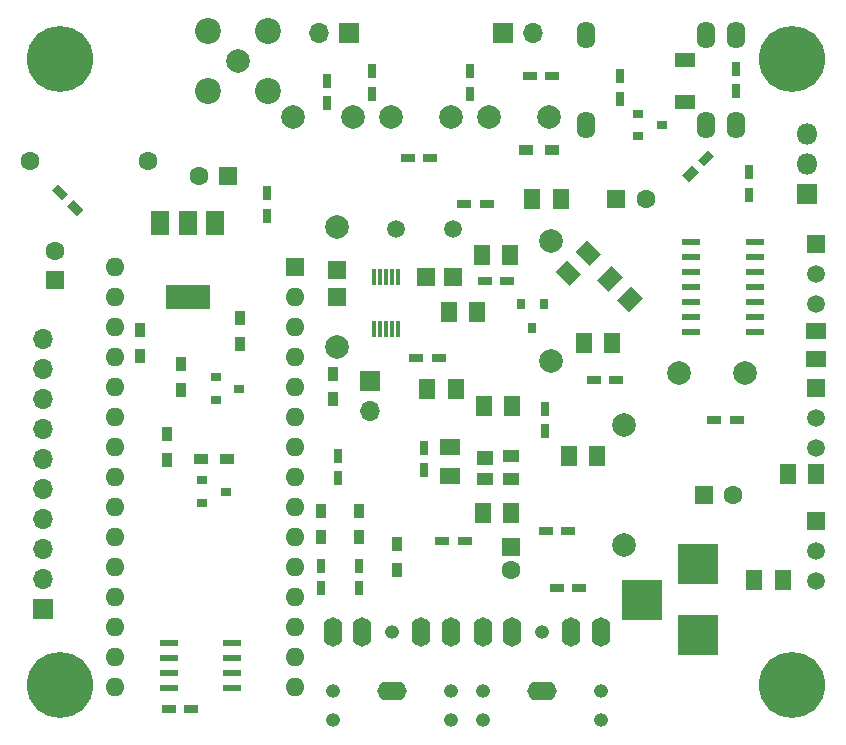
<source format=gts>
G04 #@! TF.FileFunction,Soldermask,Top*
%FSLAX46Y46*%
G04 Gerber Fmt 4.6, Leading zero omitted, Abs format (unit mm)*
G04 Created by KiCad (PCBNEW 4.0.7) date 12/26/22 11:34:17*
%MOMM*%
%LPD*%
G01*
G04 APERTURE LIST*
%ADD10C,0.100000*%
%ADD11R,1.600000X1.600000*%
%ADD12O,1.600000X1.600000*%
%ADD13C,1.998980*%
%ADD14C,5.600000*%
%ADD15C,1.600000*%
%ADD16R,0.900000X0.800000*%
%ADD17R,0.300000X1.400000*%
%ADD18R,3.800000X2.000000*%
%ADD19R,1.500000X2.000000*%
%ADD20C,2.200000*%
%ADD21C,2.000000*%
%ADD22O,2.500000X1.600000*%
%ADD23O,1.200000X1.200000*%
%ADD24O,1.600000X2.500000*%
%ADD25O,1.600000X2.300000*%
%ADD26R,1.200000X0.750000*%
%ADD27R,1.400000X1.200000*%
%ADD28R,1.400000X1.000000*%
%ADD29R,1.400000X1.700000*%
%ADD30R,0.750000X1.200000*%
%ADD31R,1.700000X1.400000*%
%ADD32R,1.700000X1.300000*%
%ADD33C,1.520000*%
%ADD34R,1.520000X1.520000*%
%ADD35R,3.500120X3.500120*%
%ADD36R,0.800000X0.900000*%
%ADD37R,1.700000X1.700000*%
%ADD38O,1.700000X1.700000*%
%ADD39C,1.500000*%
%ADD40R,1.500000X0.600000*%
%ADD41R,1.550000X0.600000*%
%ADD42R,0.900000X1.200000*%
%ADD43R,1.200000X0.900000*%
%ADD44R,1.800000X1.800000*%
%ADD45O,1.800000X1.800000*%
G04 APERTURE END LIST*
D10*
D11*
X123900000Y-120600000D03*
D12*
X108660000Y-153620000D03*
X123900000Y-123140000D03*
X108660000Y-151080000D03*
X123900000Y-125680000D03*
X108660000Y-148540000D03*
X123900000Y-128220000D03*
X108660000Y-146000000D03*
X123900000Y-130760000D03*
X108660000Y-143460000D03*
X123900000Y-133300000D03*
X108660000Y-140920000D03*
X123900000Y-135840000D03*
X108660000Y-138380000D03*
X123900000Y-138380000D03*
X108660000Y-135840000D03*
X123900000Y-140920000D03*
X108660000Y-133300000D03*
X123900000Y-143460000D03*
X108660000Y-130760000D03*
X123900000Y-146000000D03*
X108660000Y-128220000D03*
X123900000Y-148540000D03*
X108660000Y-125680000D03*
X123900000Y-151080000D03*
X108660000Y-123140000D03*
X123900000Y-153620000D03*
X108660000Y-120600000D03*
X123900000Y-156160000D03*
X108660000Y-156160000D03*
D13*
X132000000Y-107920000D03*
X137080000Y-107920000D03*
D14*
X166000000Y-156000000D03*
X104000000Y-156000000D03*
X104000000Y-103000000D03*
X166000000Y-103000000D03*
D11*
X137275000Y-121500000D03*
X134975000Y-121500000D03*
X127450000Y-123150000D03*
X127450000Y-120850000D03*
X151075000Y-114850000D03*
D15*
X153575000Y-114850000D03*
D11*
X103600000Y-121750000D03*
D15*
X103600000Y-119250000D03*
D16*
X117175000Y-129975000D03*
X117175000Y-131875000D03*
X119175000Y-130925000D03*
X116050000Y-138700000D03*
X116050000Y-140600000D03*
X118050000Y-139650000D03*
D17*
X132600000Y-121500000D03*
X132100000Y-121500000D03*
X131600000Y-121500000D03*
X131100000Y-121500000D03*
X130600000Y-121500000D03*
X130600000Y-125900000D03*
X131100000Y-125900000D03*
X131600000Y-125900000D03*
X132100000Y-125900000D03*
X132600000Y-125900000D03*
D18*
X114800000Y-123175000D03*
D19*
X114800000Y-116875000D03*
X112500000Y-116875000D03*
X117100000Y-116875000D03*
D20*
X116510000Y-100610000D03*
X116510000Y-105690000D03*
X121590000Y-105690000D03*
X121590000Y-100610000D03*
D21*
X119050000Y-103150000D03*
D22*
X132100000Y-156500000D03*
D23*
X132100000Y-151500000D03*
D24*
X137100000Y-151500000D03*
X134600000Y-151500000D03*
X129600000Y-151500000D03*
X127100000Y-151500000D03*
D23*
X137100000Y-156500000D03*
X127100000Y-156500000D03*
X137100000Y-159000000D03*
X127100000Y-159000000D03*
D25*
X148500000Y-108620000D03*
X158660000Y-108620000D03*
X148500000Y-101000000D03*
X158660000Y-101000000D03*
X161200000Y-108620000D03*
X161200000Y-101000000D03*
D16*
X152975000Y-107670000D03*
X152975000Y-109570000D03*
X154975000Y-108620000D03*
D26*
X136075000Y-128325000D03*
X134175000Y-128325000D03*
D27*
X140000000Y-136830000D03*
D28*
X140000000Y-138550000D03*
X142200000Y-138550000D03*
X142200000Y-136650000D03*
D29*
X137500000Y-130950000D03*
X135100000Y-130950000D03*
X147100000Y-136650000D03*
X149500000Y-136650000D03*
D30*
X145050000Y-134550000D03*
X145050000Y-132650000D03*
D11*
X142200000Y-144300000D03*
D15*
X142200000Y-146300000D03*
D13*
X151790000Y-134028740D03*
X151790000Y-144188740D03*
D29*
X139900000Y-132400000D03*
X142300000Y-132400000D03*
D31*
X137000000Y-138300000D03*
X137000000Y-135900000D03*
D22*
X144800000Y-156500000D03*
D23*
X144800000Y-151500000D03*
D24*
X149800000Y-151500000D03*
X147300000Y-151500000D03*
X142300000Y-151500000D03*
X139800000Y-151500000D03*
D23*
X149800000Y-156500000D03*
X139800000Y-156500000D03*
X149800000Y-159000000D03*
X139800000Y-159000000D03*
D32*
X156950000Y-103125000D03*
X156950000Y-106625000D03*
D13*
X156408000Y-129621000D03*
X161996000Y-129621000D03*
D33*
X168000000Y-144640000D03*
X168000000Y-147180000D03*
D34*
X168000000Y-142100000D03*
D33*
X167975000Y-121240000D03*
X167975000Y-123780000D03*
D34*
X167975000Y-118700000D03*
D35*
X158000000Y-145799860D03*
X158000000Y-151799340D03*
X153301000Y-148799600D03*
D11*
X158500000Y-139900000D03*
D15*
X161000000Y-139900000D03*
D11*
X118250000Y-112925000D03*
D15*
X115750000Y-112925000D03*
D33*
X168000000Y-133440000D03*
X168000000Y-135980000D03*
D34*
X168000000Y-130900000D03*
D15*
X101425000Y-111675000D03*
X111425000Y-111675000D03*
D10*
G36*
X157219150Y-113411180D02*
X156688820Y-112880850D01*
X157537348Y-112032322D01*
X158067678Y-112562652D01*
X157219150Y-113411180D01*
X157219150Y-113411180D01*
G37*
G36*
X158562652Y-112067678D02*
X158032322Y-111537348D01*
X158880850Y-110688820D01*
X159411180Y-111219150D01*
X158562652Y-112067678D01*
X158562652Y-112067678D01*
G37*
D29*
X139800000Y-141500000D03*
X142200000Y-141500000D03*
X144000000Y-114860000D03*
X146400000Y-114860000D03*
X139700000Y-119600000D03*
X142100000Y-119600000D03*
X139325000Y-124450000D03*
X136925000Y-124450000D03*
X148325000Y-127075000D03*
X150725000Y-127075000D03*
D10*
G36*
X152379594Y-122227512D02*
X153369544Y-123217462D01*
X152167462Y-124419544D01*
X151177512Y-123429594D01*
X152379594Y-122227512D01*
X152379594Y-122227512D01*
G37*
G36*
X151672488Y-121520406D02*
X150470406Y-122722488D01*
X149480456Y-121732538D01*
X150682538Y-120530456D01*
X151672488Y-121520406D01*
X151672488Y-121520406D01*
G37*
G36*
X147652512Y-119345406D02*
X148642462Y-118355456D01*
X149844544Y-119557538D01*
X148854594Y-120547488D01*
X147652512Y-119345406D01*
X147652512Y-119345406D01*
G37*
G36*
X146945406Y-120052512D02*
X148147488Y-121254594D01*
X147157538Y-122244544D01*
X145955456Y-121042462D01*
X146945406Y-120052512D01*
X146945406Y-120052512D01*
G37*
D36*
X144950000Y-123800000D03*
X143050000Y-123800000D03*
X144000000Y-125800000D03*
D13*
X145600000Y-118398740D03*
X145600000Y-128558740D03*
D37*
X102600000Y-149600000D03*
D38*
X102600000Y-147060000D03*
X102600000Y-144520000D03*
X102600000Y-141980000D03*
X102600000Y-139440000D03*
X102600000Y-136900000D03*
X102600000Y-134360000D03*
X102600000Y-131820000D03*
X102600000Y-129280000D03*
X102600000Y-126740000D03*
D37*
X128500000Y-100800000D03*
D38*
X125960000Y-100800000D03*
D37*
X141500000Y-100800000D03*
D38*
X144040000Y-100800000D03*
D39*
X132425000Y-117375000D03*
X137305000Y-117375000D03*
D26*
X145150000Y-143000000D03*
X147050000Y-143000000D03*
X138250000Y-143800000D03*
X136350000Y-143800000D03*
D30*
X134800000Y-135950000D03*
X134800000Y-137850000D03*
D26*
X146075000Y-147850000D03*
X147975000Y-147850000D03*
D30*
X162300000Y-114500000D03*
X162300000Y-112600000D03*
D40*
X157425000Y-118540000D03*
X157425000Y-119810000D03*
X157425000Y-121080000D03*
X157425000Y-122350000D03*
X157425000Y-123620000D03*
X157425000Y-124890000D03*
X157425000Y-126160000D03*
X162825000Y-126160000D03*
X162825000Y-124890000D03*
X162825000Y-123620000D03*
X162825000Y-122350000D03*
X162825000Y-121080000D03*
X162825000Y-119810000D03*
X162825000Y-118540000D03*
D29*
X168025000Y-138200000D03*
X165625000Y-138200000D03*
X165200000Y-147175000D03*
X162800000Y-147175000D03*
D31*
X167975000Y-126050000D03*
X167975000Y-128450000D03*
D13*
X123700000Y-107920000D03*
X128780000Y-107920000D03*
X140300000Y-107920000D03*
X145380000Y-107920000D03*
D26*
X113200000Y-158050000D03*
X115100000Y-158050000D03*
D41*
X118600000Y-156255000D03*
X118600000Y-154985000D03*
X118600000Y-153715000D03*
X118600000Y-152445000D03*
X113200000Y-152445000D03*
X113200000Y-153715000D03*
X113200000Y-154985000D03*
X113200000Y-156255000D03*
D30*
X126100000Y-145950000D03*
X126100000Y-147850000D03*
X127500000Y-138525000D03*
X127500000Y-136625000D03*
X129300000Y-147850000D03*
X129300000Y-145950000D03*
D42*
X126100000Y-143500000D03*
X126100000Y-141300000D03*
X129300000Y-141300000D03*
X129300000Y-143500000D03*
X127150000Y-129650000D03*
X127150000Y-131850000D03*
X132500000Y-144075000D03*
X132500000Y-146275000D03*
D13*
X127450000Y-117248740D03*
X127450000Y-127408740D03*
D26*
X139950000Y-121850000D03*
X141850000Y-121850000D03*
X149175000Y-130200000D03*
X151075000Y-130200000D03*
X140125000Y-115300000D03*
X138225000Y-115300000D03*
D42*
X114250000Y-128825000D03*
X114250000Y-131025000D03*
X113100000Y-134740000D03*
X113100000Y-136940000D03*
X119225000Y-124975000D03*
X119225000Y-127175000D03*
D43*
X115950000Y-136850000D03*
X118150000Y-136850000D03*
D30*
X151375000Y-106400000D03*
X151375000Y-104500000D03*
D26*
X133425000Y-111400000D03*
X135325000Y-111400000D03*
D30*
X121550000Y-116275000D03*
X121550000Y-114375000D03*
X126575000Y-106750000D03*
X126575000Y-104850000D03*
X130400000Y-105950000D03*
X130400000Y-104050000D03*
X138700000Y-105950000D03*
X138700000Y-104050000D03*
D26*
X145675000Y-104475000D03*
X143775000Y-104475000D03*
D10*
G36*
X106011180Y-115805850D02*
X105480850Y-116336180D01*
X104632322Y-115487652D01*
X105162652Y-114957322D01*
X106011180Y-115805850D01*
X106011180Y-115805850D01*
G37*
G36*
X104667678Y-114462348D02*
X104137348Y-114992678D01*
X103288820Y-114144150D01*
X103819150Y-113613820D01*
X104667678Y-114462348D01*
X104667678Y-114462348D01*
G37*
D26*
X161300000Y-133625000D03*
X159400000Y-133625000D03*
D30*
X161225000Y-105750000D03*
X161225000Y-103850000D03*
D43*
X145650000Y-110725000D03*
X143450000Y-110725000D03*
D44*
X167250000Y-114425000D03*
D45*
X167250000Y-111885000D03*
X167250000Y-109345000D03*
D42*
X110775000Y-128200000D03*
X110775000Y-126000000D03*
D37*
X130275000Y-130300000D03*
D38*
X130275000Y-132840000D03*
M02*

</source>
